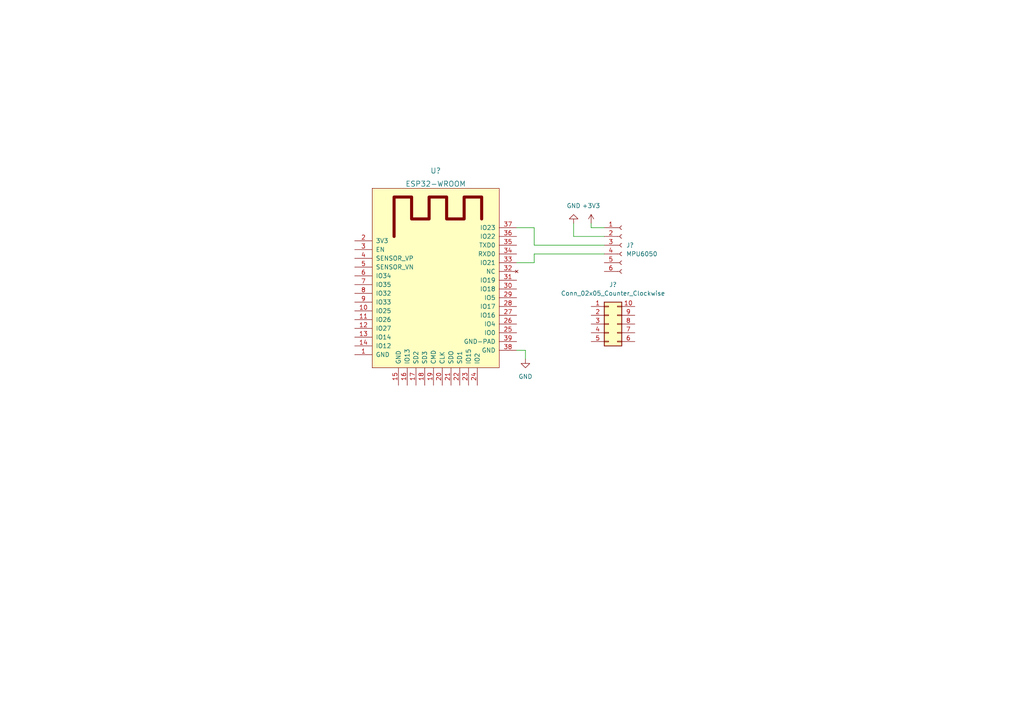
<source format=kicad_sch>
(kicad_sch (version 20211123) (generator eeschema)
  (paper "A4")
  (lib_symbols
    (symbol "Connector:Conn_01x06_Female" (pin_names (offset 1.016) hide)
      (property "Reference" "J" (at 0 7.62 0))
      (property "Value" "Conn_01x06_Female" (at 0 -10.16 0))
      (symbol "Conn_01x06_Female_1_1"
        (arc (start 0 -7.112) (mid -0.508 -7.62) (end 0 -8.128) (stroke (width 0.1524)))
        (arc (start 0 -4.572) (mid -0.508 -5.08) (end 0 -5.588) (stroke (width 0.1524)))
        (arc (start 0 -2.032) (mid -0.508 -2.54) (end 0 -3.048) (stroke (width 0.1524)))
        (polyline (pts (xy -1.27 -7.62) (xy -0.508 -7.62)) (stroke (width 0.1524)))
        (polyline (pts (xy -1.27 -5.08) (xy -0.508 -5.08)) (stroke (width 0.1524)))
        (polyline (pts (xy -1.27 -2.54) (xy -0.508 -2.54)) (stroke (width 0.1524)))
        (polyline (pts (xy -1.27 0) (xy -0.508 0)) (stroke (width 0.1524)))
        (polyline (pts (xy -1.27 2.54) (xy -0.508 2.54)) (stroke (width 0.1524)))
        (polyline (pts (xy -1.27 5.08) (xy -0.508 5.08)) (stroke (width 0.1524)))
        (arc (start 0 0.508) (mid -0.508 0) (end 0 -0.508) (stroke (width 0.1524)))
        (arc (start 0 3.048) (mid -0.508 2.54) (end 0 2.032) (stroke (width 0.1524)))
        (arc (start 0 5.588) (mid -0.508 5.08) (end 0 4.572) (stroke (width 0.1524)))
        (pin passive line (at -5.08 5.08 0) (length 3.81) (name "Pin_1") (number "1"))
        (pin passive line (at -5.08 2.54 0) (length 3.81) (name "Pin_2") (number "2"))
        (pin passive line (at -5.08 0 0) (length 3.81) (name "Pin_3") (number "3"))
        (pin passive line (at -5.08 -2.54 0) (length 3.81) (name "Pin_4") (number "4"))
        (pin passive line (at -5.08 -5.08 0) (length 3.81) (name "Pin_5") (number "5"))
        (pin passive line (at -5.08 -7.62 0) (length 3.81) (name "Pin_6") (number "6"))
      )
    )
    (symbol "Connector_Generic:Conn_02x05_Counter_Clockwise" (pin_names (offset 1.016) hide)
      (property "Reference" "J" (at 1.27 7.62 0))
      (property "Value" "Conn_02x05_Counter_Clockwise" (at 1.27 -7.62 0))
      (symbol "Conn_02x05_Counter_Clockwise_1_1"
        (rectangle (start -1.27 -4.953) (end 0 -5.207) (stroke (width 0.1524)))
        (rectangle (start -1.27 -2.413) (end 0 -2.667) (stroke (width 0.1524)))
        (rectangle (start -1.27 0.127) (end 0 -0.127) (stroke (width 0.1524)))
        (rectangle (start -1.27 2.667) (end 0 2.413) (stroke (width 0.1524)))
        (rectangle (start -1.27 5.207) (end 0 4.953) (stroke (width 0.1524)))
        (rectangle (start -1.27 6.35) (end 3.81 -6.35) (stroke (width 0.254)) (fill (type background)))
        (rectangle (start 3.81 -4.953) (end 2.54 -5.207) (stroke (width 0.1524)))
        (rectangle (start 3.81 -2.413) (end 2.54 -2.667) (stroke (width 0.1524)))
        (rectangle (start 3.81 0.127) (end 2.54 -0.127) (stroke (width 0.1524)))
        (rectangle (start 3.81 2.667) (end 2.54 2.413) (stroke (width 0.1524)))
        (rectangle (start 3.81 5.207) (end 2.54 4.953) (stroke (width 0.1524)))
        (pin passive line (at -5.08 5.08 0) (length 3.81) (name "Pin_1") (number "1"))
        (pin passive line (at 7.62 5.08 180) (length 3.81) (name "Pin_10") (number "10"))
        (pin passive line (at -5.08 2.54 0) (length 3.81) (name "Pin_2") (number "2"))
        (pin passive line (at -5.08 0 0) (length 3.81) (name "Pin_3") (number "3"))
        (pin passive line (at -5.08 -2.54 0) (length 3.81) (name "Pin_4") (number "4"))
        (pin passive line (at -5.08 -5.08 0) (length 3.81) (name "Pin_5") (number "5"))
        (pin passive line (at 7.62 -5.08 180) (length 3.81) (name "Pin_6") (number "6"))
        (pin passive line (at 7.62 -2.54 180) (length 3.81) (name "Pin_7") (number "7"))
        (pin passive line (at 7.62 0 180) (length 3.81) (name "Pin_8") (number "8"))
        (pin passive line (at 7.62 2.54 180) (length 3.81) (name "Pin_9") (number "9"))
      )
    )
    (symbol "ESP32:ESP32-WROOM" (pin_names (offset 1.016))
      (property "Reference" "U" (at -17.78 31.75 0))
      (property "Value" "ESP32-WROOM" (at 12.7 31.75 0))
      (symbol "ESP32-WROOM_0_1"
        (rectangle (start -19.05 30.48) (end 17.78 -21.59) (fill (type background)))
        (polyline (pts (xy -12.7 16.51) (xy -12.7 27.94) (xy -7.62 27.94) (xy -7.62 21.59) (xy -2.54 21.59) (xy -2.54 27.94) (xy 2.54 27.94) (xy 2.54 21.59) (xy 7.62 21.59) (xy 7.62 27.94) (xy 12.7 27.94) (xy 12.7 21.59)) (stroke (width 0.889)))
      )
      (symbol "ESP32-WROOM_1_1"
        (pin power_out line (at -24.13 -17.78 0) (length 5.08) (name "GND") (number "1"))
        (pin bidirectional line (at -24.13 -5.08 0) (length 5.08) (name "IO25") (number "10"))
        (pin bidirectional line (at -24.13 -7.62 0) (length 5.08) (name "IO26") (number "11"))
        (pin bidirectional line (at -24.13 -10.16 0) (length 5.08) (name "IO27") (number "12"))
        (pin bidirectional line (at -24.13 -12.7 0) (length 5.08) (name "IO14") (number "13"))
        (pin bidirectional line (at -24.13 -15.24 0) (length 5.08) (name "IO12") (number "14"))
        (pin power_in line (at -11.43 -26.67 90) (length 5.08) (name "GND") (number "15"))
        (pin bidirectional line (at -8.89 -26.67 90) (length 5.08) (name "IO13") (number "16"))
        (pin bidirectional line (at -6.35 -26.67 90) (length 5.08) (name "SD2") (number "17"))
        (pin bidirectional line (at -3.81 -26.67 90) (length 5.08) (name "SD3") (number "18"))
        (pin bidirectional line (at -1.27 -26.67 90) (length 5.08) (name "CMD") (number "19"))
        (pin power_in line (at -24.13 15.24 0) (length 5.08) (name "3V3") (number "2"))
        (pin input line (at 1.27 -26.67 90) (length 5.08) (name "CLK") (number "20"))
        (pin bidirectional line (at 3.81 -26.67 90) (length 5.08) (name "SDO") (number "21"))
        (pin bidirectional line (at 6.35 -26.67 90) (length 5.08) (name "SD1") (number "22"))
        (pin bidirectional line (at 8.89 -26.67 90) (length 5.08) (name "IO15") (number "23"))
        (pin bidirectional line (at 11.43 -26.67 90) (length 5.08) (name "IO2") (number "24"))
        (pin bidirectional line (at 22.86 -11.43 180) (length 5.08) (name "IO0") (number "25"))
        (pin input line (at 22.86 -8.89 180) (length 5.08) (name "IO4") (number "26"))
        (pin bidirectional line (at 22.86 -6.35 180) (length 5.08) (name "IO16") (number "27"))
        (pin bidirectional line (at 22.86 -3.81 180) (length 5.08) (name "IO17") (number "28"))
        (pin bidirectional line (at 22.86 -1.27 180) (length 5.08) (name "IO5") (number "29"))
        (pin input line (at -24.13 12.7 0) (length 5.08) (name "EN") (number "3"))
        (pin input line (at 22.86 1.27 180) (length 5.08) (name "IO18") (number "30"))
        (pin bidirectional line (at 22.86 3.81 180) (length 5.08) (name "IO19") (number "31"))
        (pin no_connect line (at 22.86 6.35 180) (length 5.08) (name "NC") (number "32"))
        (pin bidirectional line (at 22.86 8.89 180) (length 5.08) (name "IO21") (number "33"))
        (pin bidirectional line (at 22.86 11.43 180) (length 5.08) (name "RXD0") (number "34"))
        (pin bidirectional line (at 22.86 13.97 180) (length 5.08) (name "TXD0") (number "35"))
        (pin bidirectional line (at 22.86 16.51 180) (length 5.08) (name "IO22") (number "36"))
        (pin bidirectional line (at 22.86 19.05 180) (length 5.08) (name "IO23") (number "37"))
        (pin power_in line (at 22.86 -16.51 180) (length 5.08) (name "GND") (number "38"))
        (pin power_in line (at 22.86 -13.97 180) (length 5.08) (name "GND-PAD") (number "39"))
        (pin input line (at -24.13 10.16 0) (length 5.08) (name "SENSOR_VP") (number "4"))
        (pin input line (at -24.13 7.62 0) (length 5.08) (name "SENSOR_VN") (number "5"))
        (pin bidirectional line (at -24.13 5.08 0) (length 5.08) (name "IO34") (number "6"))
        (pin bidirectional line (at -24.13 2.54 0) (length 5.08) (name "IO35") (number "7"))
        (pin bidirectional line (at -24.13 0 0) (length 5.08) (name "IO32") (number "8"))
        (pin bidirectional line (at -24.13 -2.54 0) (length 5.08) (name "IO33") (number "9"))
      )
    )
    (symbol "power:+3V3" (power) (pin_names (offset 0))
      (property "Value" "+3V3" (at 0 3.556 0))
      (symbol "+3V3_0_1"
        (polyline (pts (xy -0.762 1.27) (xy 0 2.54)))
        (polyline (pts (xy 0 0) (xy 0 2.54)))
        (polyline (pts (xy 0 2.54) (xy 0.762 1.27)))
      )
      (symbol "+3V3_1_1"
        (pin power_in line (at 0 0 90) (length 0) hide (name "+3V3") (number "1"))
      )
    )
    (symbol "power:GND" (power) (pin_names (offset 0))
      (property "Value" "GND" (at 0 -3.81 0))
      (symbol "GND_0_1"
        (polyline (pts (xy 0 0) (xy 0 -1.27) (xy 1.27 -1.27) (xy 0 -2.54) (xy -1.27 -1.27) (xy 0 -1.27)))
      )
      (symbol "GND_1_1"
        (pin power_in line (at 0 0 270) (length 0) hide (name "GND") (number "1"))
      )
    )
  )
  (wire (pts (xy 149.86 76.2) (xy 154.94 76.2)))
  (wire (pts (xy 154.94 66.04) (xy 154.94 71.12)))
  (wire (pts (xy 152.4 101.6) (xy 152.4 104.14)))
  (wire (pts (xy 171.45 64.77) (xy 171.45 66.04)))
  (wire (pts (xy 154.94 71.12) (xy 175.26 71.12)))
  (wire (pts (xy 166.37 64.77) (xy 166.37 68.58)))
  (wire (pts (xy 149.86 101.6) (xy 152.4 101.6)))
  (wire (pts (xy 154.94 76.2) (xy 154.94 73.66)))
  (wire (pts (xy 154.94 73.66) (xy 175.26 73.66)))
  (wire (pts (xy 166.37 68.58) (xy 175.26 68.58)))
  (wire (pts (xy 149.86 66.04) (xy 154.94 66.04)))
  (wire (pts (xy 171.45 66.04) (xy 175.26 66.04)))
  (symbol (lib_id "power:+3V3") (at 171.45 64.77 0) (unit 1)
    (property "Reference" "#PWR?" (effects hide))
    (property "Value" "+3V3" (at 171.45 59.69 0))
  )
  (symbol (lib_id "power:GND") (at 152.4 104.14 0) (unit 1)
    (property "Reference" "#PWR?" (effects hide))
    (property "Value" "GND" (at 152.4 109.22 0))
  )
  (symbol (lib_id "Connector_Generic:Conn_02x05_Counter_Clockwise") (at 176.53 93.98 0) (unit 1)
    (property "Reference" "J?" (at 177.8 82.55 0))
    (property "Value" "Conn_02x05_Counter_Clockwise" (at 177.8 85.09 0))
  )
  (symbol (lib_id "power:GND") (at 166.37 64.77 180) (unit 1)
    (property "Reference" "#PWR?" (effects hide))
    (property "Value" "GND" (at 166.37 59.69 0))
  )
  (symbol (lib_id "ESP32:ESP32-WROOM") (at 127 85.09 0) (unit 1)
    (property "Reference" "U?" (at 126.365 49.53 0) (effects (font (size 1.524 1.524))))
    (property "Value" "ESP32-WROOM" (at 126.365 53.34 0) (effects (font (size 1.524 1.524))))
    (property "Footprint" "ESP32-footprints-Lib:ESP32-WROOM" (effects hide))
  )
  (symbol (lib_id "Connector:Conn_01x06_Female") (at 180.34 71.12 0) (unit 1)
    (property "Reference" "J?" (at 181.61 71.1199 0) (effects (justify left)))
    (property "Value" "MPU6050" (at 181.61 73.6599 0) (effects (justify left)))
  )
)
</source>
